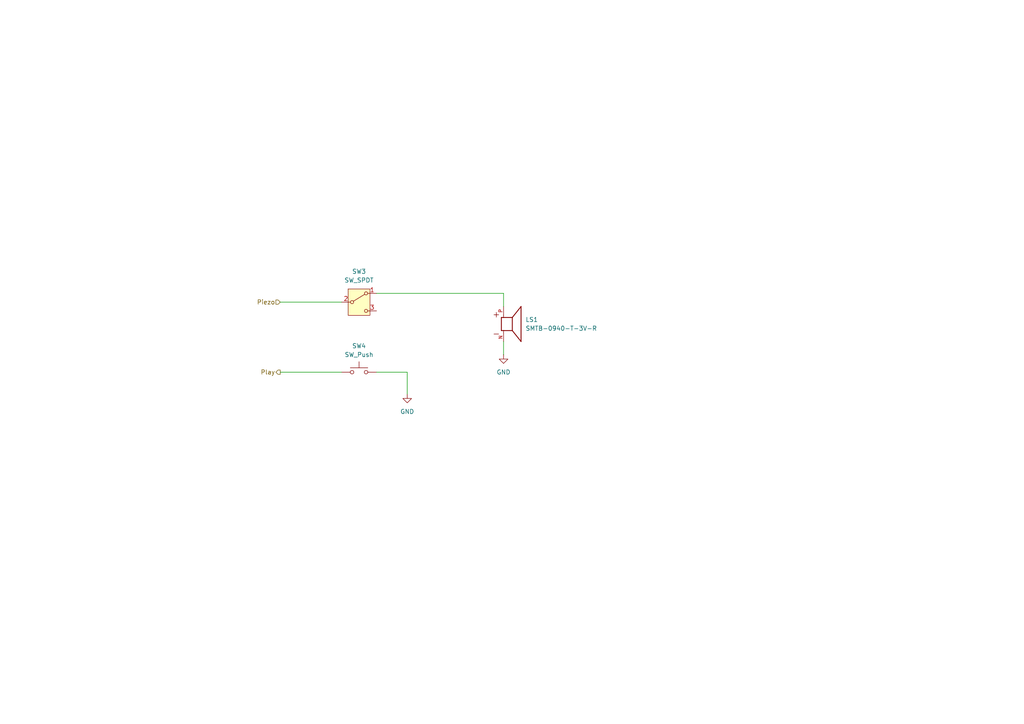
<source format=kicad_sch>
(kicad_sch (version 20250114) (generator "eeschema") (generator_version "9.0")
  (paper "A4")
  (lib_symbols
    (symbol "Switch:SW_Push" (pin_numbers (hide yes)) (pin_names (offset 1.016) (hide yes))
      (property "Reference" "SW" (at 1.27 2.54 0))
      (property "Value" "SW_Push" (at 0 -1.524 0))
      (symbol "SW_Push_0_1"
        (circle (center -2.032 0) (radius 0.508))
        (polyline (pts (xy 0 1.27) (xy 0 3.048)))
        (circle (center 2.032 0) (radius 0.508))
        (polyline (pts (xy 2.54 1.27) (xy -2.54 1.27)))
        (pin passive line (at -5.08 0 0) (length 2.54) (name "1") (number "1"))
        (pin passive line (at 5.08 0 180) (length 2.54) (name "2") (number "2"))
      )
    )
    (symbol "Switch:SW_SPDT" (pin_names (offset 0) (hide yes))
      (property "Reference" "SW" (at 0 5.08 0))
      (property "Value" "SW_SPDT" (at 0 -5.08 0))
      (symbol "SW_SPDT_0_1"
        (circle (center -2.032 0) (radius 0.4572))
        (polyline (pts (xy -1.651 0.254) (xy 1.651 2.286)))
        (circle (center 2.032 2.54) (radius 0.4572))
        (circle (center 2.032 -2.54) (radius 0.4572))
      )
      (symbol "SW_SPDT_1_1"
        (rectangle (start -3.175 3.81) (end 3.175 -3.81) (fill (type background)))
        (pin passive line (at -5.08 0 0) (length 2.54) (name "B") (number "2"))
        (pin passive line (at 5.08 2.54 180) (length 2.54) (name "A") (number "1"))
        (pin passive line (at 5.08 -2.54 180) (length 2.54) (name "C") (number "3"))
      )
    )
    (symbol "Tekk_Card_Symbols:SMTB-0940-T-3V-R" (pin_names (offset 1.016))
      (property "Reference" "LS" (at -1.27 6.35 0))
      (property "Value" "SMTB-0940-T-3V-R" (at -1.27 -8.255 0))
      (symbol "SMTB-0940-T-3V-R_0_0"
        (polyline (pts (xy -3.175 1.905) (xy -3.175 -1.905)) (stroke (width 0.254)))
        (polyline (pts (xy -3.175 1.905) (xy -2.54 1.905)) (stroke (width 0.254)))
        (polyline (pts (xy -3.175 -1.905) (xy -2.54 -1.905)) (stroke (width 0.254)))
        (polyline (pts (xy -2.54 2.54) (xy -2.54 1.905)) (stroke (width 0.1524)))
        (polyline (pts (xy -2.54 1.905) (xy 0 1.905)) (stroke (width 0.254)))
        (polyline (pts (xy -2.54 -1.905) (xy 0 -1.905)) (stroke (width 0.254)))
        (polyline (pts (xy -2.54 -2.54) (xy -2.54 -1.905)) (stroke (width 0.1524)))
        (polyline (pts (xy 0 1.905) (xy 2.54 5.08)) (stroke (width 0.254)))
        (polyline (pts (xy 0 -1.905) (xy 0 1.905)) (stroke (width 0.254)))
        (polyline (pts (xy 0 -1.905) (xy 2.54 -5.08)) (stroke (width 0.254)))
        (polyline (pts (xy 2.54 -5.08) (xy 2.54 5.08)) (stroke (width 0.254)))
        (text "+" (at -5.842 1.778 0) (effects (font (size 1.778 1.778)) (justify left bottom)))
        (text "-" (at -5.842 -3.81 0) (effects (font (size 1.778 1.778)) (justify left bottom)))
        (pin passive line (at -2.54 5.08 270) (length 2.54) (name "~") (number "P"))
        (pin passive line (at -2.54 -5.08 90) (length 2.54) (name "~") (number "N"))
      )
    )
    (symbol "power:GND" (power) (pin_numbers (hide yes)) (pin_names (offset 0) (hide yes))
      (property "Value" "GND" (at 0 -3.81 0))
      (symbol "GND_0_1"
        (polyline (pts (xy 0 0) (xy 0 -1.27) (xy 1.27 -1.27) (xy 0 -2.54) (xy -1.27 -1.27) (xy 0 -1.27)))
      )
      (symbol "GND_1_1"
        (pin power_in line (at 0 0 270) (length 0) (name "~") (number "1"))
      )
    )
  )
  (wire (pts (xy 81.28 87.63) (xy 99.06 87.63)))
  (wire (pts (xy 118.11 107.95) (xy 118.11 114.3)))
  (wire (pts (xy 81.28 107.95) (xy 99.06 107.95)))
  (wire (pts (xy 146.05 99.06) (xy 146.05 102.87)))
  (wire (pts (xy 109.22 85.09) (xy 146.05 85.09)))
  (wire (pts (xy 146.05 85.09) (xy 146.05 88.9)))
  (wire (pts (xy 109.22 107.95) (xy 118.11 107.95)))
  (hierarchical_label "Play" (shape output) (at 81.28 107.95 180))
  (hierarchical_label "Piezo" (shape input) (at 81.28 87.63 180))
  (symbol (lib_id "Tekk_Card_Symbols:SMTB-0940-T-3V-R") (at 148.59 93.98 0) (unit 1)
    (property "Reference" "LS1" (at 152.4 92.7099 0) (effects (justify left)))
    (property "Value" "SMTB-0940-T-3V-R" (at 152.4 95.2499 0) (effects (justify left)))
    (property "Footprint" "Tekk_Card_Library:XDCR_SMTB-0940-T-3V-R" (effects (hide yes)))
    (property "PARTREV" "01/24/2017" (effects (hide yes)))
    (property "STANDARD" "Manufacturer Recommendations" (effects (hide yes)))
    (property "MAXIMUM_PACKAGE_HEIGHT" "1.85 mm" (effects (hide yes)))
    (property "MANUFACTURER" "Pui Audio" (effects (hide yes)))
  )
  (symbol (lib_id "power:GND") (at 118.11 114.3 0) (unit 1)
    (property "Reference" "#PWR032" (effects (hide yes)))
    (property "Value" "GND" (at 118.11 119.38 0))
    (property "Description" "Power symbol creates a global label with name \"GND\" , ground" (effects (hide yes)))
  )
  (symbol (lib_id "power:GND") (at 146.05 102.87 0) (unit 1)
    (property "Reference" "#PWR031" (effects (hide yes)))
    (property "Value" "GND" (at 146.05 107.95 0))
    (property "Description" "Power symbol creates a global label with name \"GND\" , ground" (effects (hide yes)))
  )
  (symbol (lib_id "Switch:SW_SPDT") (at 104.14 87.63 0) (unit 1)
    (property "Reference" "SW3" (at 104.14 78.74 0))
    (property "Value" "SW_SPDT" (at 104.14 81.28 0))
    (property "Description" "Switch, single pole double throw" (effects (hide yes)))
  )
  (symbol (lib_id "Switch:SW_Push") (at 104.14 107.95 0) (unit 1)
    (property "Reference" "SW4" (at 104.14 100.33 0))
    (property "Value" "SW_Push" (at 104.14 102.87 0))
    (property "Description" "Push button switch, generic, two pins" (effects (hide yes)))
  )
)
</source>
